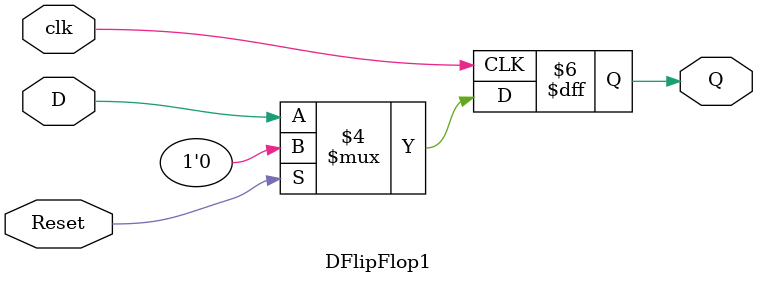
<source format=v>
module DFlipFlop1 (D,clk,Reset,Q);
	input D,clk,Reset;
	output Q;
	reg Q=0;
	always @(posedge clk)
	if(Reset)
	Q<=0;
	else
	Q<=D;
endmodule

</source>
